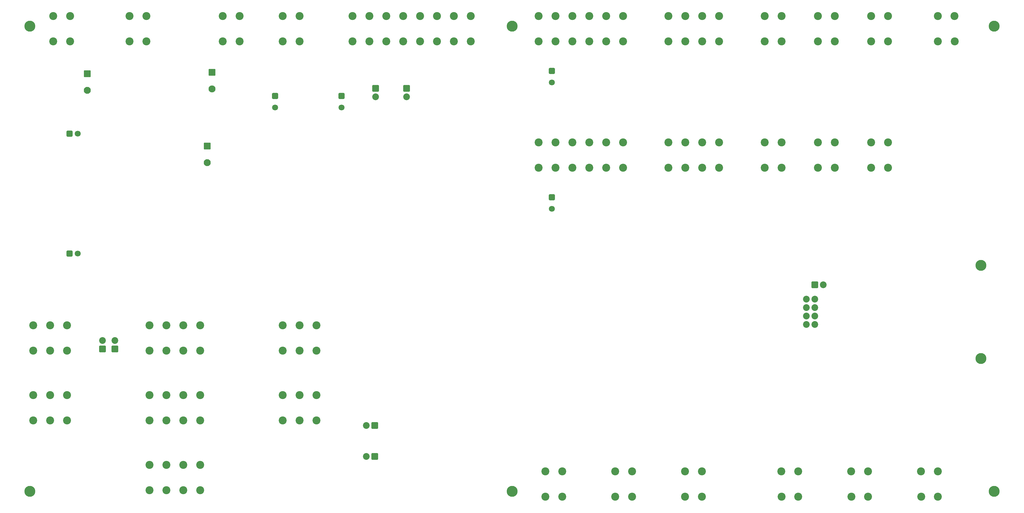
<source format=gbs>
G04*
G04 #@! TF.GenerationSoftware,Altium Limited,Altium Designer,23.11.1 (41)*
G04*
G04 Layer_Color=16711935*
%FSLAX45Y45*%
%MOMM*%
G71*
G04*
G04 #@! TF.SameCoordinates,668DCF2D-5C62-4E2E-8AFA-826030B064F4*
G04*
G04*
G04 #@! TF.FilePolarity,Negative*
G04*
G01*
G75*
%ADD48C,2.10000*%
%ADD49C,3.30000*%
%ADD50C,2.40000*%
%ADD51C,1.80000*%
G04:AMPARAMS|DCode=52|XSize=1.8mm|YSize=1.8mm|CornerRadius=0.2625mm|HoleSize=0mm|Usage=FLASHONLY|Rotation=270.000|XOffset=0mm|YOffset=0mm|HoleType=Round|Shape=RoundedRectangle|*
%AMROUNDEDRECTD52*
21,1,1.80000,1.27500,0,0,270.0*
21,1,1.27500,1.80000,0,0,270.0*
1,1,0.52500,-0.63750,-0.63750*
1,1,0.52500,-0.63750,0.63750*
1,1,0.52500,0.63750,0.63750*
1,1,0.52500,0.63750,-0.63750*
%
%ADD52ROUNDEDRECTD52*%
%ADD53C,2.02400*%
G04:AMPARAMS|DCode=54|XSize=2.024mm|YSize=2.024mm|CornerRadius=0.2905mm|HoleSize=0mm|Usage=FLASHONLY|Rotation=180.000|XOffset=0mm|YOffset=0mm|HoleType=Round|Shape=RoundedRectangle|*
%AMROUNDEDRECTD54*
21,1,2.02400,1.44300,0,0,180.0*
21,1,1.44300,2.02400,0,0,180.0*
1,1,0.58100,-0.72150,0.72150*
1,1,0.58100,0.72150,0.72150*
1,1,0.58100,0.72150,-0.72150*
1,1,0.58100,-0.72150,-0.72150*
%
%ADD54ROUNDEDRECTD54*%
G04:AMPARAMS|DCode=55|XSize=2.1mm|YSize=2.1mm|CornerRadius=0.3mm|HoleSize=0mm|Usage=FLASHONLY|Rotation=270.000|XOffset=0mm|YOffset=0mm|HoleType=Round|Shape=RoundedRectangle|*
%AMROUNDEDRECTD55*
21,1,2.10000,1.50000,0,0,270.0*
21,1,1.50000,2.10000,0,0,270.0*
1,1,0.60000,-0.75000,-0.75000*
1,1,0.60000,-0.75000,0.75000*
1,1,0.60000,0.75000,0.75000*
1,1,0.60000,0.75000,-0.75000*
%
%ADD55ROUNDEDRECTD55*%
G04:AMPARAMS|DCode=56|XSize=2.024mm|YSize=2.024mm|CornerRadius=0.2905mm|HoleSize=0mm|Usage=FLASHONLY|Rotation=270.000|XOffset=0mm|YOffset=0mm|HoleType=Round|Shape=RoundedRectangle|*
%AMROUNDEDRECTD56*
21,1,2.02400,1.44300,0,0,270.0*
21,1,1.44300,2.02400,0,0,270.0*
1,1,0.58100,-0.72150,-0.72150*
1,1,0.58100,-0.72150,0.72150*
1,1,0.58100,0.72150,0.72150*
1,1,0.58100,0.72150,-0.72150*
%
%ADD56ROUNDEDRECTD56*%
G04:AMPARAMS|DCode=57|XSize=1.8mm|YSize=1.8mm|CornerRadius=0.2625mm|HoleSize=0mm|Usage=FLASHONLY|Rotation=0.000|XOffset=0mm|YOffset=0mm|HoleType=Round|Shape=RoundedRectangle|*
%AMROUNDEDRECTD57*
21,1,1.80000,1.27500,0,0,0.0*
21,1,1.27500,1.80000,0,0,0.0*
1,1,0.52500,0.63750,-0.63750*
1,1,0.52500,-0.63750,-0.63750*
1,1,0.52500,-0.63750,0.63750*
1,1,0.52500,0.63750,0.63750*
%
%ADD57ROUNDEDRECTD57*%
D48*
X9980000Y16610001D02*
D03*
X9830000Y14389999D02*
D03*
X6230000Y16570000D02*
D03*
D49*
X19001651Y18500000D02*
D03*
X19000000Y4500000D02*
D03*
X33100000Y11300000D02*
D03*
Y8500000D02*
D03*
X33500000Y4500000D02*
D03*
Y18500000D02*
D03*
X4500000D02*
D03*
Y4500000D02*
D03*
D50*
X14200000Y18038000D02*
D03*
Y18800000D02*
D03*
X14708000Y18038000D02*
D03*
Y18800000D02*
D03*
X16231984Y18037984D02*
D03*
Y18799985D02*
D03*
X16739984Y18037984D02*
D03*
Y18799985D02*
D03*
X17247984Y18037984D02*
D03*
Y18799985D02*
D03*
X17755984Y18037984D02*
D03*
X17754910Y18800317D02*
D03*
X15723984Y18037984D02*
D03*
Y18799985D02*
D03*
X15215984Y18037984D02*
D03*
Y18799985D02*
D03*
X31800000Y18038000D02*
D03*
Y18800000D02*
D03*
X32307999Y18038000D02*
D03*
X32306927Y18800333D02*
D03*
X13114928Y9500333D02*
D03*
X13116000Y8738000D02*
D03*
X12608000Y9500000D02*
D03*
Y8738000D02*
D03*
X12100000Y9500000D02*
D03*
Y8738000D02*
D03*
X23700000Y14238000D02*
D03*
Y15000000D02*
D03*
X24208000Y14238000D02*
D03*
Y15000000D02*
D03*
X24716000Y14238000D02*
D03*
Y15000000D02*
D03*
X25224001Y14238000D02*
D03*
X25222926Y15000333D02*
D03*
X20816000Y14238000D02*
D03*
Y15000000D02*
D03*
X21324001Y14238000D02*
D03*
Y15000000D02*
D03*
X21832001Y14238000D02*
D03*
Y15000000D02*
D03*
X22339999Y14238000D02*
D03*
X22338927Y15000333D02*
D03*
X20308000Y14238000D02*
D03*
Y15000000D02*
D03*
X19800000Y14238000D02*
D03*
Y15000000D02*
D03*
X24708000Y5100000D02*
D03*
Y4338000D02*
D03*
X24200000Y5100000D02*
D03*
X24201073Y4337667D02*
D03*
X31807999Y5100000D02*
D03*
Y4338000D02*
D03*
X31300000Y5100000D02*
D03*
X31301074Y4337667D02*
D03*
X29707999Y5100000D02*
D03*
Y4338000D02*
D03*
X29200000Y5100000D02*
D03*
X29201074Y4337667D02*
D03*
X27607999Y5100000D02*
D03*
Y4338000D02*
D03*
X27100000Y5100000D02*
D03*
X27101074Y4337667D02*
D03*
X22608000Y5100000D02*
D03*
Y4338000D02*
D03*
X22100000Y5100000D02*
D03*
X22101073Y4337667D02*
D03*
X20508000Y5100000D02*
D03*
Y4338000D02*
D03*
X20000000Y5100000D02*
D03*
X20001073Y4337667D02*
D03*
X12100000Y6638000D02*
D03*
Y7400000D02*
D03*
X12608000Y6638000D02*
D03*
Y7400000D02*
D03*
X13116000Y6638000D02*
D03*
X13114928Y7400333D02*
D03*
X9622927Y9500333D02*
D03*
X9624000Y8738000D02*
D03*
X9116000Y9500000D02*
D03*
Y8738000D02*
D03*
X8608000Y9500000D02*
D03*
Y8738000D02*
D03*
X8100000Y9500000D02*
D03*
Y8738000D02*
D03*
X9622927Y7400333D02*
D03*
X9624000Y6638000D02*
D03*
X9116000Y7400000D02*
D03*
Y6638000D02*
D03*
X8608000Y7400000D02*
D03*
Y6638000D02*
D03*
X8100000Y7400000D02*
D03*
Y6638000D02*
D03*
X9622927Y5300333D02*
D03*
X9624000Y4538000D02*
D03*
X9116000Y5300000D02*
D03*
Y4538000D02*
D03*
X8608000Y5300000D02*
D03*
Y4538000D02*
D03*
X8100000Y5300000D02*
D03*
Y4538000D02*
D03*
X4600000Y6638000D02*
D03*
Y7400000D02*
D03*
X5108000Y6638000D02*
D03*
Y7400000D02*
D03*
X5616000Y6638000D02*
D03*
X5614927Y7400333D02*
D03*
X4600000Y8738000D02*
D03*
Y9500000D02*
D03*
X5108000Y8738000D02*
D03*
Y9500000D02*
D03*
X5616000Y8738000D02*
D03*
X5614927Y9500333D02*
D03*
X26600000Y14238000D02*
D03*
Y15000000D02*
D03*
X27107999Y14238000D02*
D03*
X27106927Y15000333D02*
D03*
X28200000Y14238000D02*
D03*
Y15000000D02*
D03*
X28707999Y14238000D02*
D03*
X28706927Y15000333D02*
D03*
X30306927D02*
D03*
X30307999Y14238000D02*
D03*
X29800000Y15000000D02*
D03*
Y14238000D02*
D03*
Y18038000D02*
D03*
Y18800000D02*
D03*
X30307999Y18038000D02*
D03*
X30306927Y18800333D02*
D03*
X28706927D02*
D03*
X28707999Y18038000D02*
D03*
X28200000Y18800000D02*
D03*
Y18038000D02*
D03*
X27106927Y18800333D02*
D03*
X27107999Y18038000D02*
D03*
X26600000Y18800000D02*
D03*
Y18038000D02*
D03*
X25222926Y18800333D02*
D03*
X25224001Y18038000D02*
D03*
X24716000Y18800000D02*
D03*
Y18038000D02*
D03*
X24208000Y18800000D02*
D03*
Y18038000D02*
D03*
X23700000Y18800000D02*
D03*
Y18038000D02*
D03*
X20816000D02*
D03*
Y18800000D02*
D03*
X21324001Y18038000D02*
D03*
Y18800000D02*
D03*
X21832001Y18038000D02*
D03*
Y18800000D02*
D03*
X22339999Y18038000D02*
D03*
X22338927Y18800333D02*
D03*
X20308000Y18038000D02*
D03*
Y18800000D02*
D03*
X19800000Y18038000D02*
D03*
Y18800000D02*
D03*
X12100000Y18038000D02*
D03*
Y18800000D02*
D03*
X12608000Y18038000D02*
D03*
X12606927Y18800333D02*
D03*
X10806927D02*
D03*
X10808000Y18038000D02*
D03*
X10300000Y18800000D02*
D03*
Y18038000D02*
D03*
X7500000D02*
D03*
Y18800000D02*
D03*
X8008000Y18038000D02*
D03*
X8006927Y18800333D02*
D03*
X5200000Y18038000D02*
D03*
Y18800000D02*
D03*
X5708000Y18038000D02*
D03*
X5706927Y18800333D02*
D03*
D51*
X20200000Y13000000D02*
D03*
Y16800000D02*
D03*
X13870000Y16050000D02*
D03*
X11870000D02*
D03*
X5940000Y11660000D02*
D03*
Y15260001D02*
D03*
D52*
X20200000Y13350000D02*
D03*
Y17150000D02*
D03*
X13870000Y16400000D02*
D03*
X11870000D02*
D03*
D53*
X15830000Y16375999D02*
D03*
X14900000D02*
D03*
X28354001Y10719215D02*
D03*
X27845999Y9519000D02*
D03*
X28100000D02*
D03*
X27845999Y9773000D02*
D03*
X28100000D02*
D03*
X27845999Y10027000D02*
D03*
X28100000D02*
D03*
X27845999Y10281000D02*
D03*
X28100000D02*
D03*
X14616000Y5550000D02*
D03*
X14620000Y6480000D02*
D03*
X7058660Y9044280D02*
D03*
X6685280D02*
D03*
D54*
X15830000Y16630000D02*
D03*
X14900000D02*
D03*
X7058660Y8790280D02*
D03*
X6685280D02*
D03*
D55*
X9980000Y17110001D02*
D03*
X9830000Y14889999D02*
D03*
X6230000Y17070000D02*
D03*
D56*
X28100000Y10719215D02*
D03*
X14870000Y5550000D02*
D03*
X14874001Y6480000D02*
D03*
D57*
X5690000Y11660000D02*
D03*
Y15260001D02*
D03*
M02*

</source>
